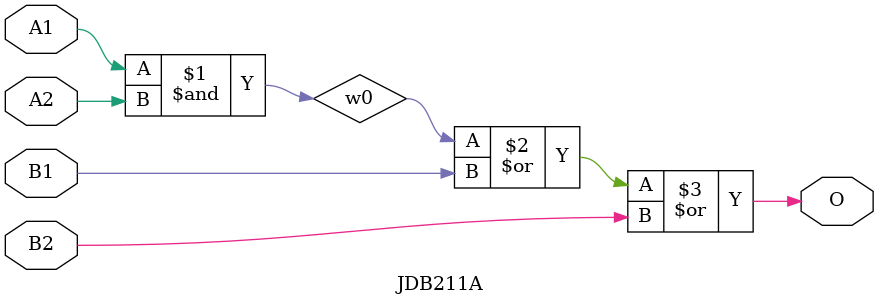
<source format=v>
module JDB211A(A1, A2, B1, B2, O);
input   A1;
input   A2;
input   B1;
input   B2;
output  O;
and g0(w0, A1, A2);
or g1(O, w0, B1, B2);
endmodule
</source>
